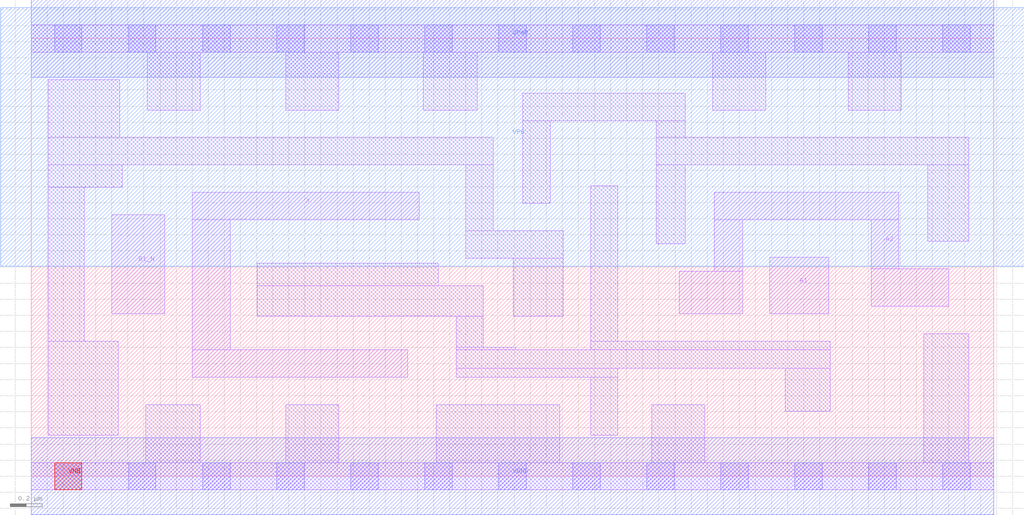
<source format=lef>
# Copyright 2020 The SkyWater PDK Authors
#
# Licensed under the Apache License, Version 2.0 (the "License");
# you may not use this file except in compliance with the License.
# You may obtain a copy of the License at
#
#     https://www.apache.org/licenses/LICENSE-2.0
#
# Unless required by applicable law or agreed to in writing, software
# distributed under the License is distributed on an "AS IS" BASIS,
# WITHOUT WARRANTIES OR CONDITIONS OF ANY KIND, either express or implied.
# See the License for the specific language governing permissions and
# limitations under the License.
#
# SPDX-License-Identifier: Apache-2.0

VERSION 5.7 ;
  NOWIREEXTENSIONATPIN ON ;
  DIVIDERCHAR "/" ;
  BUSBITCHARS "[]" ;
MACRO sky130_fd_sc_hd__a21bo_4
  CLASS CORE ;
  FOREIGN sky130_fd_sc_hd__a21bo_4 ;
  ORIGIN  0.000000  0.000000 ;
  SIZE  5.980000 BY  2.720000 ;
  SYMMETRY X Y R90 ;
  SITE unithd ;
  PIN A1
    ANTENNAGATEAREA  0.495000 ;
    DIRECTION INPUT ;
    USE SIGNAL ;
    PORT
      LAYER li1 ;
        RECT 4.590000 1.010000 4.955000 1.360000 ;
    END
  END A1
  PIN A2
    ANTENNAGATEAREA  0.495000 ;
    DIRECTION INPUT ;
    USE SIGNAL ;
    PORT
      LAYER li1 ;
        RECT 4.025000 1.010000 4.420000 1.275000 ;
        RECT 4.245000 1.275000 4.420000 1.595000 ;
        RECT 4.245000 1.595000 5.390000 1.765000 ;
        RECT 5.220000 1.055000 5.700000 1.290000 ;
        RECT 5.220000 1.290000 5.390000 1.595000 ;
    END
  END A2
  PIN B1_N
    ANTENNAGATEAREA  0.247500 ;
    DIRECTION INPUT ;
    USE SIGNAL ;
    PORT
      LAYER li1 ;
        RECT 0.500000 1.010000 0.830000 1.625000 ;
    END
  END B1_N
  PIN VNB
    PORT
      LAYER pwell ;
        RECT 0.145000 -0.085000 0.315000 0.085000 ;
    END
  END VNB
  PIN VPB
    PORT
      LAYER nwell ;
        RECT -0.190000 1.305000 6.170000 2.910000 ;
    END
  END VPB
  PIN X
    ANTENNADIFFAREA  0.924000 ;
    DIRECTION OUTPUT ;
    USE SIGNAL ;
    PORT
      LAYER li1 ;
        RECT 1.000000 0.615000 2.340000 0.785000 ;
        RECT 1.000000 0.785000 1.235000 1.595000 ;
        RECT 1.000000 1.595000 2.410000 1.765000 ;
    END
  END X
  PIN VGND
    DIRECTION INOUT ;
    SHAPE ABUTMENT ;
    USE GROUND ;
    PORT
      LAYER met1 ;
        RECT 0.000000 -0.240000 5.980000 0.240000 ;
    END
  END VGND
  PIN VPWR
    DIRECTION INOUT ;
    SHAPE ABUTMENT ;
    USE POWER ;
    PORT
      LAYER met1 ;
        RECT 0.000000 2.480000 5.980000 2.960000 ;
    END
  END VPWR
  OBS
    LAYER li1 ;
      RECT 0.000000 -0.085000 5.980000 0.085000 ;
      RECT 0.000000  2.635000 5.980000 2.805000 ;
      RECT 0.105000  0.255000 0.540000 0.840000 ;
      RECT 0.105000  0.840000 0.330000 1.795000 ;
      RECT 0.105000  1.795000 0.565000 1.935000 ;
      RECT 0.105000  1.935000 2.870000 2.105000 ;
      RECT 0.105000  2.105000 0.550000 2.465000 ;
      RECT 0.710000  0.085000 1.050000 0.445000 ;
      RECT 0.720000  2.275000 1.050000 2.635000 ;
      RECT 1.405000  0.995000 2.810000 1.185000 ;
      RECT 1.405000  1.185000 2.530000 1.325000 ;
      RECT 1.580000  0.085000 1.910000 0.445000 ;
      RECT 1.580000  2.275000 1.910000 2.635000 ;
      RECT 2.435000  2.275000 2.770000 2.635000 ;
      RECT 2.515000  0.085000 3.285000 0.445000 ;
      RECT 2.640000  0.615000 3.645000 0.670000 ;
      RECT 2.640000  0.670000 4.965000 0.785000 ;
      RECT 2.640000  0.785000 3.010000 0.800000 ;
      RECT 2.640000  0.800000 2.810000 0.995000 ;
      RECT 2.700000  1.355000 3.305000 1.525000 ;
      RECT 2.700000  1.525000 2.870000 1.935000 ;
      RECT 2.995000  0.995000 3.305000 1.355000 ;
      RECT 3.055000  1.695000 3.225000 2.210000 ;
      RECT 3.055000  2.210000 4.065000 2.380000 ;
      RECT 3.475000  0.255000 3.645000 0.615000 ;
      RECT 3.475000  0.785000 4.965000 0.840000 ;
      RECT 3.475000  0.840000 3.645000 1.805000 ;
      RECT 3.855000  0.085000 4.185000 0.445000 ;
      RECT 3.885000  1.445000 4.065000 1.935000 ;
      RECT 3.885000  1.935000 5.825000 2.105000 ;
      RECT 3.885000  2.105000 4.065000 2.210000 ;
      RECT 4.235000  2.275000 4.565000 2.635000 ;
      RECT 4.685000  0.405000 4.965000 0.670000 ;
      RECT 5.075000  2.275000 5.405000 2.635000 ;
      RECT 5.545000  0.085000 5.825000 0.885000 ;
      RECT 5.570000  1.460000 5.825000 1.935000 ;
    LAYER mcon ;
      RECT 0.145000 -0.085000 0.315000 0.085000 ;
      RECT 0.145000  2.635000 0.315000 2.805000 ;
      RECT 0.605000 -0.085000 0.775000 0.085000 ;
      RECT 0.605000  2.635000 0.775000 2.805000 ;
      RECT 1.065000 -0.085000 1.235000 0.085000 ;
      RECT 1.065000  2.635000 1.235000 2.805000 ;
      RECT 1.525000 -0.085000 1.695000 0.085000 ;
      RECT 1.525000  2.635000 1.695000 2.805000 ;
      RECT 1.985000 -0.085000 2.155000 0.085000 ;
      RECT 1.985000  2.635000 2.155000 2.805000 ;
      RECT 2.445000 -0.085000 2.615000 0.085000 ;
      RECT 2.445000  2.635000 2.615000 2.805000 ;
      RECT 2.905000 -0.085000 3.075000 0.085000 ;
      RECT 2.905000  2.635000 3.075000 2.805000 ;
      RECT 3.365000 -0.085000 3.535000 0.085000 ;
      RECT 3.365000  2.635000 3.535000 2.805000 ;
      RECT 3.825000 -0.085000 3.995000 0.085000 ;
      RECT 3.825000  2.635000 3.995000 2.805000 ;
      RECT 4.285000 -0.085000 4.455000 0.085000 ;
      RECT 4.285000  2.635000 4.455000 2.805000 ;
      RECT 4.745000 -0.085000 4.915000 0.085000 ;
      RECT 4.745000  2.635000 4.915000 2.805000 ;
      RECT 5.205000 -0.085000 5.375000 0.085000 ;
      RECT 5.205000  2.635000 5.375000 2.805000 ;
      RECT 5.665000 -0.085000 5.835000 0.085000 ;
      RECT 5.665000  2.635000 5.835000 2.805000 ;
  END
END sky130_fd_sc_hd__a21bo_4
END LIBRARY

</source>
